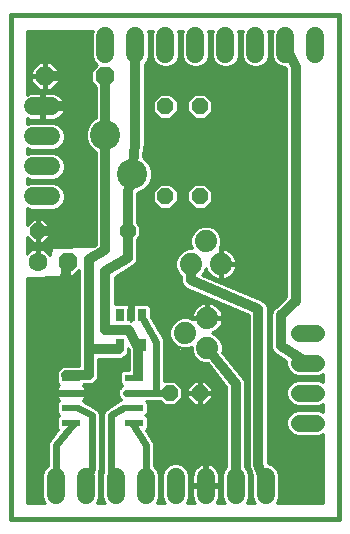
<source format=gtl>
G75*
G70*
%OFA0B0*%
%FSLAX24Y24*%
%IPPOS*%
%LPD*%
%AMOC8*
5,1,8,0,0,1.08239X$1,22.5*
%
%ADD10C,0.0160*%
%ADD11C,0.0600*%
%ADD12R,0.0630X0.0236*%
%ADD13R,0.0272X0.0390*%
%ADD14OC8,0.0520*%
%ADD15OC8,0.0630*%
%ADD16C,0.0630*%
%ADD17C,0.0740*%
%ADD18C,0.0560*%
%ADD19C,0.1000*%
%ADD20C,0.0240*%
%ADD21C,0.0320*%
%ADD22R,0.0396X0.0396*%
%ADD23C,0.0100*%
D10*
X000367Y000350D02*
X000367Y017150D01*
X011317Y017150D01*
X011317Y000350D01*
X000367Y000350D01*
D11*
X001867Y001150D02*
X001867Y001750D01*
X002867Y001750D02*
X002867Y001150D01*
X003867Y001150D02*
X003867Y001750D01*
X004867Y001750D02*
X004867Y001150D01*
X005867Y001150D02*
X005867Y001750D01*
X006867Y001750D02*
X006867Y001150D01*
X007867Y001150D02*
X007867Y001750D01*
X008867Y001750D02*
X008867Y001150D01*
X001717Y011100D02*
X001117Y011100D01*
X001117Y012100D02*
X001717Y012100D01*
X001717Y013100D02*
X001117Y013100D01*
X001117Y014100D02*
X001717Y014100D01*
X003517Y015850D02*
X003517Y016450D01*
X004517Y016450D02*
X004517Y015850D01*
X005517Y015850D02*
X005517Y016450D01*
X006517Y016450D02*
X006517Y015850D01*
X007517Y015850D02*
X007517Y016450D01*
X008517Y016450D02*
X008517Y015850D01*
X009517Y015850D02*
X009517Y016450D01*
X010517Y016450D02*
X010517Y015850D01*
D12*
X004462Y005046D03*
X004462Y004546D03*
X004462Y004046D03*
X004462Y003550D03*
X002372Y003550D03*
X002372Y004050D03*
X002372Y004550D03*
X002372Y005050D03*
D13*
X003993Y006138D03*
X003993Y007158D03*
X004367Y007158D03*
X004741Y007158D03*
X004741Y006138D03*
D14*
X005667Y004550D03*
X006667Y004550D03*
X004267Y009950D03*
X005517Y011100D03*
X006667Y011100D03*
X006667Y014100D03*
X005517Y014100D03*
X001267Y009950D03*
D15*
X002267Y008900D03*
X001517Y015100D03*
X003517Y015100D03*
D16*
X001267Y008900D03*
D17*
X006167Y006550D03*
X006917Y006050D03*
X006917Y007050D03*
X007367Y008850D03*
X006867Y009600D03*
X006367Y008850D03*
D18*
X009987Y006550D02*
X010547Y006550D01*
X010547Y005550D02*
X009987Y005550D01*
X009987Y004550D02*
X010547Y004550D01*
X010547Y003550D02*
X009987Y003550D01*
D19*
X004417Y011850D03*
X003517Y013150D03*
D20*
X004917Y008900D02*
X004367Y008550D01*
X004367Y007100D01*
X004767Y007000D02*
X005217Y006250D01*
X005217Y004550D01*
X004217Y004550D01*
X004117Y004050D02*
X003717Y003800D01*
X003717Y002000D01*
X003867Y001450D01*
X002867Y001450D02*
X003067Y002050D01*
X003067Y003800D01*
X002617Y004050D01*
X002467Y003550D02*
X001867Y002800D01*
X001867Y001450D01*
X001417Y004550D02*
X003417Y004550D01*
X004417Y003550D02*
X004867Y002800D01*
X004867Y001450D01*
X005217Y004550D02*
X005667Y004550D01*
D21*
X004617Y005200D02*
X004617Y006050D01*
X004317Y006650D01*
X003517Y006650D01*
X003517Y008600D01*
X004267Y009050D01*
X004267Y009950D01*
X004267Y011250D01*
X004417Y011850D01*
X004517Y012850D01*
X004517Y016150D01*
X003517Y015100D02*
X003517Y013150D01*
X003517Y009300D01*
X002967Y009000D01*
X002967Y006000D01*
X002967Y005150D01*
X002217Y005150D01*
X002967Y006000D02*
X003967Y006000D01*
X001417Y004550D02*
X002267Y008900D01*
X002617Y009950D02*
X001267Y009950D01*
X002617Y009950D02*
X002617Y014100D01*
X002617Y015100D01*
X001517Y015100D01*
X001417Y014100D02*
X002617Y014100D01*
X006367Y008850D02*
X006367Y008300D01*
X008617Y007350D01*
X008617Y002150D01*
X008867Y001450D01*
X007867Y001450D02*
X007867Y004850D01*
X006917Y006050D01*
X009367Y006100D02*
X009367Y007150D01*
X009867Y007600D01*
X009867Y015400D01*
X009517Y016150D01*
X009367Y006100D02*
X010267Y005550D01*
D22*
X004917Y008900D03*
D23*
X004577Y008988D02*
X004562Y008953D01*
X004552Y008915D01*
X004538Y008896D01*
X004529Y008874D01*
X004502Y008847D01*
X004479Y008816D01*
X004459Y008804D01*
X004442Y008787D01*
X004406Y008772D01*
X003827Y008424D01*
X006057Y008424D01*
X006057Y008425D02*
X006057Y008301D01*
X006056Y008240D01*
X006057Y008239D01*
X006057Y008238D01*
X006080Y008182D01*
X006103Y008126D01*
X006103Y008125D01*
X006104Y008124D01*
X006147Y008082D01*
X006189Y008038D01*
X006190Y008038D01*
X006191Y008037D01*
X006247Y008014D01*
X008307Y007144D01*
X008307Y002158D01*
X008304Y002104D01*
X008307Y002096D01*
X008307Y002088D01*
X008327Y002038D01*
X008417Y001788D01*
X008417Y001060D01*
X008485Y000895D01*
X008500Y000880D01*
X008233Y000880D01*
X008248Y000895D01*
X008317Y001060D01*
X008317Y001840D01*
X008248Y002005D01*
X008177Y002076D01*
X008177Y004832D01*
X008182Y004875D01*
X008177Y004893D01*
X008177Y004912D01*
X008160Y004952D01*
X008148Y004994D01*
X008137Y005009D01*
X008129Y005026D01*
X008099Y005056D01*
X007422Y005911D01*
X007437Y005947D01*
X007437Y006153D01*
X007358Y006345D01*
X007211Y006491D01*
X007065Y006551D01*
X007116Y006568D01*
X007189Y006605D01*
X007255Y006653D01*
X007313Y006711D01*
X007361Y006777D01*
X007399Y006850D01*
X007424Y006928D01*
X007437Y007009D01*
X007437Y007020D01*
X006947Y007020D01*
X006947Y007080D01*
X007437Y007080D01*
X007437Y007091D01*
X007424Y007172D01*
X007399Y007250D01*
X007361Y007323D01*
X007313Y007389D01*
X007255Y007447D01*
X007189Y007495D01*
X007116Y007532D01*
X007038Y007557D01*
X006958Y007570D01*
X006947Y007570D01*
X006947Y007080D01*
X006887Y007080D01*
X006887Y007570D01*
X006876Y007570D01*
X006795Y007557D01*
X006717Y007532D01*
X006644Y007495D01*
X006578Y007447D01*
X006520Y007389D01*
X006472Y007323D01*
X006435Y007250D01*
X006409Y007172D01*
X006397Y007091D01*
X006397Y007080D01*
X006887Y007080D01*
X006887Y007020D01*
X006397Y007020D01*
X006397Y007018D01*
X006270Y007070D01*
X006063Y007070D01*
X005872Y006991D01*
X005726Y006845D01*
X005647Y006653D01*
X005647Y006447D01*
X005726Y006255D01*
X005872Y006109D01*
X006063Y006030D01*
X006270Y006030D01*
X006397Y006082D01*
X006397Y005947D01*
X006476Y005755D01*
X006622Y005609D01*
X006813Y005530D01*
X006933Y005530D01*
X007557Y004742D01*
X007557Y002076D01*
X007485Y002005D01*
X007417Y001840D01*
X007417Y001060D01*
X007485Y000895D01*
X007500Y000880D01*
X007227Y000880D01*
X007252Y000914D01*
X007284Y000977D01*
X007306Y001045D01*
X007317Y001115D01*
X007317Y001400D01*
X006917Y001400D01*
X006917Y001500D01*
X007317Y001500D01*
X007317Y001785D01*
X007306Y001855D01*
X007284Y001923D01*
X007252Y001986D01*
X007210Y002043D01*
X007160Y002093D01*
X007103Y002135D01*
X007039Y002167D01*
X006972Y002189D01*
X006917Y002198D01*
X006917Y001500D01*
X006817Y001500D01*
X006817Y002198D01*
X006761Y002189D01*
X006694Y002167D01*
X006631Y002135D01*
X006574Y002093D01*
X006523Y002043D01*
X006482Y001986D01*
X006450Y001923D01*
X006282Y001923D01*
X006248Y002005D02*
X006317Y001840D01*
X006317Y001060D01*
X006248Y000895D01*
X006233Y000880D01*
X006507Y000880D01*
X006482Y000914D01*
X006450Y000977D01*
X006428Y001045D01*
X006417Y001115D01*
X006417Y001400D01*
X006817Y001400D01*
X006817Y001500D01*
X006417Y001500D01*
X006417Y001785D01*
X006428Y001855D01*
X006450Y001923D01*
X006423Y001825D02*
X006317Y001825D01*
X006317Y001726D02*
X006417Y001726D01*
X006417Y001628D02*
X006317Y001628D01*
X006317Y001529D02*
X006417Y001529D01*
X006317Y001431D02*
X006817Y001431D01*
X006817Y001529D02*
X006917Y001529D01*
X006917Y001431D02*
X007417Y001431D01*
X007417Y001529D02*
X007317Y001529D01*
X007317Y001628D02*
X007417Y001628D01*
X007417Y001726D02*
X007317Y001726D01*
X007310Y001825D02*
X007417Y001825D01*
X007451Y001923D02*
X007284Y001923D01*
X007226Y002022D02*
X007502Y002022D01*
X007557Y002120D02*
X007123Y002120D01*
X006917Y002120D02*
X006817Y002120D01*
X006817Y002022D02*
X006917Y002022D01*
X006917Y001923D02*
X006817Y001923D01*
X006817Y001825D02*
X006917Y001825D01*
X006917Y001726D02*
X006817Y001726D01*
X006817Y001628D02*
X006917Y001628D01*
X007317Y001332D02*
X007417Y001332D01*
X007417Y001234D02*
X007317Y001234D01*
X007317Y001135D02*
X007417Y001135D01*
X007427Y001037D02*
X007303Y001037D01*
X007264Y000938D02*
X007467Y000938D01*
X008266Y000938D02*
X008467Y000938D01*
X008427Y001037D02*
X008307Y001037D01*
X008317Y001135D02*
X008417Y001135D01*
X008417Y001234D02*
X008317Y001234D01*
X008317Y001332D02*
X008417Y001332D01*
X008417Y001431D02*
X008317Y001431D01*
X008317Y001529D02*
X008417Y001529D01*
X008417Y001628D02*
X008317Y001628D01*
X008317Y001726D02*
X008417Y001726D01*
X008404Y001825D02*
X008317Y001825D01*
X008282Y001923D02*
X008369Y001923D01*
X008333Y002022D02*
X008232Y002022D01*
X008177Y002120D02*
X008305Y002120D01*
X008307Y002219D02*
X008177Y002219D01*
X008177Y002317D02*
X008307Y002317D01*
X008307Y002416D02*
X008177Y002416D01*
X008177Y002514D02*
X008307Y002514D01*
X008307Y002613D02*
X008177Y002613D01*
X008177Y002711D02*
X008307Y002711D01*
X008307Y002810D02*
X008177Y002810D01*
X008177Y002908D02*
X008307Y002908D01*
X008307Y003007D02*
X008177Y003007D01*
X008177Y003105D02*
X008307Y003105D01*
X008307Y003204D02*
X008177Y003204D01*
X008177Y003302D02*
X008307Y003302D01*
X008307Y003401D02*
X008177Y003401D01*
X008177Y003499D02*
X008307Y003499D01*
X008307Y003598D02*
X008177Y003598D01*
X008177Y003696D02*
X008307Y003696D01*
X008307Y003795D02*
X008177Y003795D01*
X008177Y003893D02*
X008307Y003893D01*
X008307Y003992D02*
X008177Y003992D01*
X008177Y004090D02*
X008307Y004090D01*
X008307Y004189D02*
X008177Y004189D01*
X008177Y004287D02*
X008307Y004287D01*
X008307Y004386D02*
X008177Y004386D01*
X008177Y004484D02*
X008307Y004484D01*
X008307Y004583D02*
X008177Y004583D01*
X008177Y004681D02*
X008307Y004681D01*
X008307Y004780D02*
X008177Y004780D01*
X008181Y004878D02*
X008307Y004878D01*
X008307Y004977D02*
X008153Y004977D01*
X008084Y005075D02*
X008307Y005075D01*
X008307Y005174D02*
X008006Y005174D01*
X007928Y005272D02*
X008307Y005272D01*
X008307Y005371D02*
X007850Y005371D01*
X007772Y005469D02*
X008307Y005469D01*
X008307Y005568D02*
X007694Y005568D01*
X007616Y005666D02*
X008307Y005666D01*
X008307Y005765D02*
X007538Y005765D01*
X007460Y005863D02*
X008307Y005863D01*
X008307Y005962D02*
X007437Y005962D01*
X007437Y006060D02*
X008307Y006060D01*
X008307Y006159D02*
X007435Y006159D01*
X007394Y006257D02*
X008307Y006257D01*
X008307Y006356D02*
X007347Y006356D01*
X007248Y006454D02*
X008307Y006454D01*
X008307Y006553D02*
X007068Y006553D01*
X007252Y006651D02*
X008307Y006651D01*
X008307Y006750D02*
X007341Y006750D01*
X007397Y006848D02*
X008307Y006848D01*
X008307Y006947D02*
X007427Y006947D01*
X007428Y007144D02*
X008307Y007144D01*
X008307Y007045D02*
X006947Y007045D01*
X006887Y007045D02*
X006330Y007045D01*
X006405Y007144D02*
X005027Y007144D01*
X005027Y007092D02*
X005027Y007415D01*
X004939Y007503D01*
X004543Y007503D01*
X004538Y007498D01*
X004522Y007503D01*
X004385Y007503D01*
X004385Y007176D01*
X004349Y007176D01*
X004349Y007503D01*
X004211Y007503D01*
X004195Y007498D01*
X004191Y007503D01*
X003827Y007503D01*
X003827Y008424D01*
X003827Y008326D02*
X006057Y008326D01*
X006057Y008425D02*
X005926Y008555D01*
X005847Y008747D01*
X005847Y008953D01*
X005926Y009145D01*
X006072Y009291D01*
X006263Y009370D01*
X006399Y009370D01*
X006347Y009497D01*
X006347Y009703D01*
X006426Y009895D01*
X006572Y010041D01*
X006763Y010120D01*
X006970Y010120D01*
X007161Y010041D01*
X007308Y009895D01*
X007387Y009703D01*
X007387Y009497D01*
X007334Y009370D01*
X007337Y009370D01*
X007337Y008880D01*
X007397Y008880D01*
X007887Y008880D01*
X007887Y008891D01*
X007874Y008972D01*
X007849Y009050D01*
X007811Y009123D01*
X007763Y009189D01*
X007705Y009247D01*
X007639Y009295D01*
X007566Y009332D01*
X007488Y009357D01*
X007408Y009370D01*
X007397Y009370D01*
X007397Y008880D01*
X007397Y008820D01*
X007887Y008820D01*
X007887Y008809D01*
X007874Y008728D01*
X007849Y008650D01*
X007811Y008577D01*
X007763Y008511D01*
X007705Y008453D01*
X007639Y008405D01*
X007566Y008368D01*
X007488Y008343D01*
X007408Y008330D01*
X007397Y008330D01*
X007397Y008820D01*
X007337Y008820D01*
X007337Y008330D01*
X007326Y008330D01*
X007245Y008343D01*
X007167Y008368D01*
X007094Y008405D01*
X007028Y008453D01*
X006970Y008511D01*
X006922Y008577D01*
X006885Y008650D01*
X006868Y008702D01*
X006808Y008555D01*
X006734Y008482D01*
X008736Y007636D01*
X009443Y007636D01*
X009334Y007538D02*
X008868Y007538D01*
X008879Y007526D02*
X008837Y007568D01*
X008794Y007612D01*
X008793Y007612D01*
X008792Y007613D01*
X008736Y007636D01*
X008879Y007526D02*
X008880Y007525D01*
X008881Y007524D01*
X008903Y007468D01*
X008927Y007412D01*
X008927Y007411D01*
X008927Y007410D01*
X008927Y007349D01*
X008927Y002204D01*
X008928Y002200D01*
X008956Y002200D01*
X009122Y002131D01*
X009248Y002005D01*
X009317Y001840D01*
X009317Y001060D01*
X009248Y000895D01*
X009233Y000880D01*
X010787Y000880D01*
X010787Y003184D01*
X010632Y003120D01*
X009901Y003120D01*
X009743Y003185D01*
X009622Y003306D01*
X009557Y003464D01*
X009557Y003636D01*
X009622Y003794D01*
X009743Y003915D01*
X009901Y003980D01*
X010632Y003980D01*
X010787Y003916D01*
X010787Y004184D01*
X010632Y004120D01*
X009901Y004120D01*
X009743Y004185D01*
X009622Y004306D01*
X009557Y004464D01*
X009557Y004636D01*
X009622Y004794D01*
X009743Y004915D01*
X009901Y004980D01*
X010632Y004980D01*
X010787Y004916D01*
X010787Y005184D01*
X010632Y005120D01*
X009901Y005120D01*
X009743Y005185D01*
X009622Y005306D01*
X009557Y005464D01*
X009557Y005621D01*
X009226Y005823D01*
X009191Y005837D01*
X009174Y005855D01*
X009152Y005868D01*
X009130Y005898D01*
X009104Y005924D01*
X009094Y005947D01*
X009080Y005967D01*
X009071Y006004D01*
X009057Y006038D01*
X009057Y006063D01*
X009051Y006087D01*
X009057Y006124D01*
X009057Y007097D01*
X009054Y007105D01*
X009057Y007158D01*
X009057Y007212D01*
X009060Y007219D01*
X009060Y007228D01*
X009083Y007276D01*
X009104Y007326D01*
X009110Y007332D01*
X009113Y007339D01*
X009153Y007375D01*
X009191Y007413D01*
X009199Y007416D01*
X009557Y007738D01*
X009557Y015331D01*
X009525Y015400D01*
X009427Y015400D01*
X009262Y015469D01*
X009135Y015595D01*
X009067Y015760D01*
X009067Y016540D01*
X009100Y016620D01*
X008933Y016620D01*
X008967Y016540D01*
X008967Y015760D01*
X008898Y015595D01*
X008772Y015469D01*
X008606Y015400D01*
X008427Y015400D01*
X008262Y015469D01*
X008135Y015595D01*
X008067Y015760D01*
X008067Y016540D01*
X008100Y016620D01*
X007933Y016620D01*
X007967Y016540D01*
X007967Y015760D01*
X007898Y015595D01*
X007772Y015469D01*
X007606Y015400D01*
X007427Y015400D01*
X007262Y015469D01*
X007135Y015595D01*
X007067Y015760D01*
X007067Y016540D01*
X007100Y016620D01*
X006933Y016620D01*
X006967Y016540D01*
X006967Y015760D01*
X006898Y015595D01*
X006772Y015469D01*
X006606Y015400D01*
X006427Y015400D01*
X006262Y015469D01*
X006135Y015595D01*
X006067Y015760D01*
X006067Y016540D01*
X006100Y016620D01*
X005933Y016620D01*
X005967Y016540D01*
X005967Y015760D01*
X005898Y015595D01*
X005772Y015469D01*
X005606Y015400D01*
X005427Y015400D01*
X005262Y015469D01*
X005135Y015595D01*
X005067Y015760D01*
X005067Y016540D01*
X005100Y016620D01*
X004933Y016620D01*
X004967Y016540D01*
X004967Y015760D01*
X004898Y015595D01*
X004827Y015524D01*
X004827Y012896D01*
X004831Y012881D01*
X004827Y012835D01*
X004827Y012788D01*
X004821Y012774D01*
X004783Y012402D01*
X004785Y012401D01*
X004968Y012218D01*
X005067Y011979D01*
X005067Y011721D01*
X004968Y011482D01*
X004785Y011299D01*
X004577Y011213D01*
X004577Y011212D01*
X004577Y010220D01*
X004677Y010120D01*
X004677Y009780D01*
X004577Y009680D01*
X004577Y009073D01*
X004582Y009035D01*
X004577Y009012D01*
X004577Y008988D01*
X004577Y009015D02*
X005872Y009015D01*
X005847Y008917D02*
X004553Y008917D01*
X004481Y008818D02*
X005847Y008818D01*
X005858Y008720D02*
X004318Y008720D01*
X004154Y008621D02*
X005899Y008621D01*
X005959Y008523D02*
X003990Y008523D01*
X003827Y008227D02*
X006061Y008227D01*
X006102Y008129D02*
X003827Y008129D01*
X003827Y008030D02*
X006208Y008030D01*
X006442Y007932D02*
X003827Y007932D01*
X003827Y007833D02*
X006676Y007833D01*
X006909Y007735D02*
X003827Y007735D01*
X003827Y007636D02*
X007142Y007636D01*
X007099Y007538D02*
X007376Y007538D01*
X007263Y007439D02*
X007609Y007439D01*
X007842Y007341D02*
X007348Y007341D01*
X007401Y007242D02*
X008075Y007242D01*
X008270Y007833D02*
X009557Y007833D01*
X009557Y007932D02*
X008036Y007932D01*
X007803Y008030D02*
X009557Y008030D01*
X009557Y008129D02*
X007570Y008129D01*
X007665Y008424D02*
X009557Y008424D01*
X009557Y008326D02*
X007103Y008326D01*
X007068Y008424D02*
X006870Y008424D01*
X006962Y008523D02*
X006775Y008523D01*
X006835Y008621D02*
X006900Y008621D01*
X007337Y008621D02*
X007397Y008621D01*
X007397Y008523D02*
X007337Y008523D01*
X007337Y008424D02*
X007397Y008424D01*
X007336Y008227D02*
X009557Y008227D01*
X009557Y008523D02*
X007771Y008523D01*
X007834Y008621D02*
X009557Y008621D01*
X009557Y008720D02*
X007871Y008720D01*
X007887Y008818D02*
X009557Y008818D01*
X009557Y008917D02*
X007883Y008917D01*
X007860Y009015D02*
X009557Y009015D01*
X009557Y009114D02*
X007816Y009114D01*
X007740Y009212D02*
X009557Y009212D01*
X009557Y009311D02*
X007608Y009311D01*
X007397Y009311D02*
X007337Y009311D01*
X007350Y009409D02*
X009557Y009409D01*
X009557Y009508D02*
X007387Y009508D01*
X007387Y009606D02*
X009557Y009606D01*
X009557Y009705D02*
X007386Y009705D01*
X007345Y009803D02*
X009557Y009803D01*
X009557Y009902D02*
X007301Y009902D01*
X007202Y010000D02*
X009557Y010000D01*
X009557Y010099D02*
X007022Y010099D01*
X006711Y010099D02*
X004677Y010099D01*
X004677Y010000D02*
X006531Y010000D01*
X006433Y009902D02*
X004677Y009902D01*
X004677Y009803D02*
X006388Y009803D01*
X006347Y009705D02*
X004601Y009705D01*
X004577Y009606D02*
X006347Y009606D01*
X006347Y009508D02*
X004577Y009508D01*
X004577Y009409D02*
X006383Y009409D01*
X006120Y009311D02*
X004577Y009311D01*
X004577Y009212D02*
X005993Y009212D01*
X005913Y009114D02*
X004577Y009114D01*
X004599Y010197D02*
X009557Y010197D01*
X009557Y010296D02*
X004577Y010296D01*
X004577Y010394D02*
X009557Y010394D01*
X009557Y010493D02*
X004577Y010493D01*
X004577Y010591D02*
X009557Y010591D01*
X009557Y010690D02*
X004577Y010690D01*
X004577Y010788D02*
X005249Y010788D01*
X005347Y010690D02*
X005107Y010930D01*
X005107Y011270D01*
X005347Y011510D01*
X005686Y011510D01*
X005927Y011270D01*
X005927Y010930D01*
X005686Y010690D01*
X005347Y010690D01*
X005150Y010887D02*
X004577Y010887D01*
X004577Y010985D02*
X005107Y010985D01*
X005107Y011084D02*
X004577Y011084D01*
X004577Y011182D02*
X005107Y011182D01*
X005117Y011281D02*
X004740Y011281D01*
X004865Y011379D02*
X005216Y011379D01*
X005314Y011478D02*
X004963Y011478D01*
X005007Y011576D02*
X009557Y011576D01*
X009557Y011478D02*
X006869Y011478D01*
X006836Y011510D02*
X006497Y011510D01*
X006257Y011270D01*
X006257Y010930D01*
X006497Y010690D01*
X006836Y010690D01*
X007077Y010930D01*
X007077Y011270D01*
X006836Y011510D01*
X006967Y011379D02*
X009557Y011379D01*
X009557Y011281D02*
X007066Y011281D01*
X007077Y011182D02*
X009557Y011182D01*
X009557Y011084D02*
X007077Y011084D01*
X007077Y010985D02*
X009557Y010985D01*
X009557Y010887D02*
X007033Y010887D01*
X006935Y010788D02*
X009557Y010788D01*
X009557Y011675D02*
X005048Y011675D01*
X005067Y011773D02*
X009557Y011773D01*
X009557Y011872D02*
X005067Y011872D01*
X005067Y011970D02*
X009557Y011970D01*
X009557Y012069D02*
X005030Y012069D01*
X004989Y012167D02*
X009557Y012167D01*
X009557Y012266D02*
X004920Y012266D01*
X004822Y012364D02*
X009557Y012364D01*
X009557Y012463D02*
X004789Y012463D01*
X004799Y012561D02*
X009557Y012561D01*
X009557Y012660D02*
X004809Y012660D01*
X004819Y012758D02*
X009557Y012758D01*
X009557Y012857D02*
X004829Y012857D01*
X004827Y012955D02*
X009557Y012955D01*
X009557Y013054D02*
X004827Y013054D01*
X004827Y013152D02*
X009557Y013152D01*
X009557Y013251D02*
X004827Y013251D01*
X004827Y013349D02*
X009557Y013349D01*
X009557Y013448D02*
X004827Y013448D01*
X004827Y013546D02*
X009557Y013546D01*
X009557Y013645D02*
X004827Y013645D01*
X004827Y013743D02*
X005294Y013743D01*
X005347Y013690D02*
X005107Y013930D01*
X005107Y014270D01*
X005347Y014510D01*
X005686Y014510D01*
X005927Y014270D01*
X005927Y013930D01*
X005686Y013690D01*
X005347Y013690D01*
X005195Y013842D02*
X004827Y013842D01*
X004827Y013940D02*
X005107Y013940D01*
X005107Y014039D02*
X004827Y014039D01*
X004827Y014137D02*
X005107Y014137D01*
X005107Y014236D02*
X004827Y014236D01*
X004827Y014334D02*
X005171Y014334D01*
X005269Y014433D02*
X004827Y014433D01*
X004827Y014531D02*
X009557Y014531D01*
X009557Y014433D02*
X006914Y014433D01*
X006836Y014510D02*
X007077Y014270D01*
X007077Y013930D01*
X006836Y013690D01*
X006497Y013690D01*
X006257Y013930D01*
X006257Y014270D01*
X006497Y014510D01*
X006836Y014510D01*
X007012Y014334D02*
X009557Y014334D01*
X009557Y014236D02*
X007077Y014236D01*
X007077Y014137D02*
X009557Y014137D01*
X009557Y014039D02*
X007077Y014039D01*
X007077Y013940D02*
X009557Y013940D01*
X009557Y013842D02*
X006988Y013842D01*
X006890Y013743D02*
X009557Y013743D01*
X009557Y014630D02*
X004827Y014630D01*
X004827Y014728D02*
X009557Y014728D01*
X009557Y014827D02*
X004827Y014827D01*
X004827Y014925D02*
X009557Y014925D01*
X009557Y015024D02*
X004827Y015024D01*
X004827Y015122D02*
X009557Y015122D01*
X009557Y015221D02*
X004827Y015221D01*
X004827Y015319D02*
X009557Y015319D01*
X009385Y015418D02*
X008649Y015418D01*
X008819Y015516D02*
X009214Y015516D01*
X009127Y015615D02*
X008906Y015615D01*
X008947Y015713D02*
X009086Y015713D01*
X009067Y015812D02*
X008967Y015812D01*
X008967Y015910D02*
X009067Y015910D01*
X009067Y016009D02*
X008967Y016009D01*
X008967Y016107D02*
X009067Y016107D01*
X009067Y016206D02*
X008967Y016206D01*
X008967Y016304D02*
X009067Y016304D01*
X009067Y016403D02*
X008967Y016403D01*
X008967Y016501D02*
X009067Y016501D01*
X009092Y016600D02*
X008942Y016600D01*
X008214Y015516D02*
X007819Y015516D01*
X007906Y015615D02*
X008127Y015615D01*
X008086Y015713D02*
X007947Y015713D01*
X007967Y015812D02*
X008067Y015812D01*
X008067Y015910D02*
X007967Y015910D01*
X007967Y016009D02*
X008067Y016009D01*
X008067Y016107D02*
X007967Y016107D01*
X007967Y016206D02*
X008067Y016206D01*
X008067Y016304D02*
X007967Y016304D01*
X007967Y016403D02*
X008067Y016403D01*
X008067Y016501D02*
X007967Y016501D01*
X007942Y016600D02*
X008092Y016600D01*
X008385Y015418D02*
X007649Y015418D01*
X007385Y015418D02*
X006649Y015418D01*
X006819Y015516D02*
X007214Y015516D01*
X007127Y015615D02*
X006906Y015615D01*
X006947Y015713D02*
X007086Y015713D01*
X007067Y015812D02*
X006967Y015812D01*
X006967Y015910D02*
X007067Y015910D01*
X007067Y016009D02*
X006967Y016009D01*
X006967Y016107D02*
X007067Y016107D01*
X007067Y016206D02*
X006967Y016206D01*
X006967Y016304D02*
X007067Y016304D01*
X007067Y016403D02*
X006967Y016403D01*
X006967Y016501D02*
X007067Y016501D01*
X007092Y016600D02*
X006942Y016600D01*
X006127Y015615D02*
X005906Y015615D01*
X005947Y015713D02*
X006086Y015713D01*
X006067Y015812D02*
X005967Y015812D01*
X005967Y015910D02*
X006067Y015910D01*
X006067Y016009D02*
X005967Y016009D01*
X005967Y016107D02*
X006067Y016107D01*
X006067Y016206D02*
X005967Y016206D01*
X005967Y016304D02*
X006067Y016304D01*
X006067Y016403D02*
X005967Y016403D01*
X005967Y016501D02*
X006067Y016501D01*
X006092Y016600D02*
X005942Y016600D01*
X005819Y015516D02*
X006214Y015516D01*
X006385Y015418D02*
X005649Y015418D01*
X005385Y015418D02*
X004827Y015418D01*
X004827Y015516D02*
X005214Y015516D01*
X005127Y015615D02*
X004906Y015615D01*
X004947Y015713D02*
X005086Y015713D01*
X005067Y015812D02*
X004967Y015812D01*
X004967Y015910D02*
X005067Y015910D01*
X005067Y016009D02*
X004967Y016009D01*
X004967Y016107D02*
X005067Y016107D01*
X005067Y016206D02*
X004967Y016206D01*
X004967Y016304D02*
X005067Y016304D01*
X005067Y016403D02*
X004967Y016403D01*
X004967Y016501D02*
X005067Y016501D01*
X005092Y016600D02*
X004942Y016600D01*
X005764Y014433D02*
X006419Y014433D01*
X006321Y014334D02*
X005862Y014334D01*
X005927Y014236D02*
X006257Y014236D01*
X006257Y014137D02*
X005927Y014137D01*
X005927Y014039D02*
X006257Y014039D01*
X006257Y013940D02*
X005927Y013940D01*
X005838Y013842D02*
X006345Y013842D01*
X006444Y013743D02*
X005740Y013743D01*
X005719Y011478D02*
X006464Y011478D01*
X006366Y011379D02*
X005817Y011379D01*
X005916Y011281D02*
X006267Y011281D01*
X006257Y011182D02*
X005927Y011182D01*
X005927Y011084D02*
X006257Y011084D01*
X006257Y010985D02*
X005927Y010985D01*
X005883Y010887D02*
X006300Y010887D01*
X006399Y010788D02*
X005785Y010788D01*
X007337Y009212D02*
X007397Y009212D01*
X007397Y009114D02*
X007337Y009114D01*
X007337Y009015D02*
X007397Y009015D01*
X007397Y008917D02*
X007337Y008917D01*
X007337Y008818D02*
X007397Y008818D01*
X007397Y008720D02*
X007337Y008720D01*
X006947Y007538D02*
X006887Y007538D01*
X006887Y007439D02*
X006947Y007439D01*
X006947Y007341D02*
X006887Y007341D01*
X006887Y007242D02*
X006947Y007242D01*
X006947Y007144D02*
X006887Y007144D01*
X006734Y007538D02*
X003827Y007538D01*
X004349Y007439D02*
X004385Y007439D01*
X004385Y007341D02*
X004349Y007341D01*
X004349Y007242D02*
X004385Y007242D01*
X004385Y007140D02*
X004349Y007140D01*
X004349Y006963D01*
X004356Y006964D01*
X004367Y006960D01*
X004378Y006960D01*
X004385Y006957D01*
X004385Y007140D01*
X004385Y007045D02*
X004349Y007045D01*
X005027Y007092D02*
X005431Y006417D01*
X005446Y006403D01*
X005458Y006372D01*
X005476Y006343D01*
X005479Y006323D01*
X005487Y006304D01*
X005487Y006270D01*
X005492Y006237D01*
X005487Y006217D01*
X005487Y004950D01*
X005497Y004960D01*
X005836Y004960D01*
X006077Y004720D01*
X006077Y004380D01*
X005836Y004140D01*
X005497Y004140D01*
X005357Y004280D01*
X004873Y004280D01*
X004927Y004226D01*
X004927Y003866D01*
X004859Y003798D01*
X004927Y003730D01*
X004927Y003370D01*
X004872Y003315D01*
X005081Y002967D01*
X005096Y002953D01*
X005108Y002922D01*
X005126Y002893D01*
X005129Y002873D01*
X005137Y002854D01*
X005137Y002820D01*
X005142Y002787D01*
X005137Y002767D01*
X005137Y002116D01*
X005248Y002005D01*
X005317Y001840D01*
X005317Y001060D01*
X005248Y000895D01*
X005233Y000880D01*
X005500Y000880D01*
X005485Y000895D01*
X005417Y001060D01*
X005417Y001840D01*
X005485Y002005D01*
X005612Y002131D01*
X005777Y002200D01*
X005956Y002200D01*
X006122Y002131D01*
X006248Y002005D01*
X006232Y002022D02*
X006508Y002022D01*
X006610Y002120D02*
X006133Y002120D01*
X005600Y002120D02*
X005137Y002120D01*
X005137Y002219D02*
X007557Y002219D01*
X007557Y002317D02*
X005137Y002317D01*
X005137Y002416D02*
X007557Y002416D01*
X007557Y002514D02*
X005137Y002514D01*
X005137Y002613D02*
X007557Y002613D01*
X007557Y002711D02*
X005137Y002711D01*
X005138Y002810D02*
X007557Y002810D01*
X007557Y002908D02*
X005117Y002908D01*
X005058Y003007D02*
X007557Y003007D01*
X007557Y003105D02*
X004999Y003105D01*
X004939Y003204D02*
X007557Y003204D01*
X007557Y003302D02*
X004880Y003302D01*
X004927Y003401D02*
X007557Y003401D01*
X007557Y003499D02*
X004927Y003499D01*
X004927Y003598D02*
X007557Y003598D01*
X007557Y003696D02*
X004927Y003696D01*
X004862Y003795D02*
X007557Y003795D01*
X007557Y003893D02*
X004927Y003893D01*
X004927Y003992D02*
X007557Y003992D01*
X007557Y004090D02*
X004927Y004090D01*
X004927Y004189D02*
X005448Y004189D01*
X005885Y004189D02*
X006448Y004189D01*
X006497Y004140D02*
X006257Y004380D01*
X006257Y004520D01*
X006637Y004520D01*
X006697Y004520D01*
X006697Y004580D01*
X007077Y004580D01*
X007077Y004720D01*
X006836Y004960D01*
X006697Y004960D01*
X006697Y004580D01*
X006637Y004580D01*
X006637Y004960D01*
X006497Y004960D01*
X006257Y004720D01*
X006257Y004580D01*
X006637Y004580D01*
X006637Y004520D01*
X006637Y004140D01*
X006497Y004140D01*
X006637Y004189D02*
X006697Y004189D01*
X006697Y004140D02*
X006836Y004140D01*
X007077Y004380D01*
X007077Y004520D01*
X006697Y004520D01*
X006697Y004140D01*
X006697Y004287D02*
X006637Y004287D01*
X006637Y004386D02*
X006697Y004386D01*
X006697Y004484D02*
X006637Y004484D01*
X006637Y004583D02*
X006697Y004583D01*
X006697Y004681D02*
X006637Y004681D01*
X006637Y004780D02*
X006697Y004780D01*
X006697Y004878D02*
X006637Y004878D01*
X006415Y004878D02*
X005918Y004878D01*
X006017Y004780D02*
X006316Y004780D01*
X006257Y004681D02*
X006077Y004681D01*
X006077Y004583D02*
X006257Y004583D01*
X006257Y004484D02*
X006077Y004484D01*
X006077Y004386D02*
X006257Y004386D01*
X006350Y004287D02*
X005984Y004287D01*
X005487Y004977D02*
X007371Y004977D01*
X007293Y005075D02*
X005487Y005075D01*
X005487Y005174D02*
X007215Y005174D01*
X007137Y005272D02*
X005487Y005272D01*
X005487Y005371D02*
X007059Y005371D01*
X006981Y005469D02*
X005487Y005469D01*
X005487Y005568D02*
X006723Y005568D01*
X006565Y005666D02*
X005487Y005666D01*
X005487Y005765D02*
X006472Y005765D01*
X006431Y005863D02*
X005487Y005863D01*
X005487Y005962D02*
X006397Y005962D01*
X006397Y006060D02*
X006343Y006060D01*
X005991Y006060D02*
X005487Y006060D01*
X005487Y006159D02*
X005823Y006159D01*
X005725Y006257D02*
X005489Y006257D01*
X005468Y006356D02*
X005684Y006356D01*
X005647Y006454D02*
X005409Y006454D01*
X005350Y006553D02*
X005647Y006553D01*
X005647Y006651D02*
X005291Y006651D01*
X005232Y006750D02*
X005686Y006750D01*
X005729Y006848D02*
X005173Y006848D01*
X005114Y006947D02*
X005828Y006947D01*
X006003Y007045D02*
X005055Y007045D01*
X005027Y007242D02*
X006432Y007242D01*
X006485Y007341D02*
X005027Y007341D01*
X005002Y007439D02*
X006570Y007439D01*
X006918Y004878D02*
X007449Y004878D01*
X007527Y004780D02*
X007017Y004780D01*
X007077Y004681D02*
X007557Y004681D01*
X007557Y004583D02*
X007077Y004583D01*
X007077Y004484D02*
X007557Y004484D01*
X007557Y004386D02*
X007077Y004386D01*
X006984Y004287D02*
X007557Y004287D01*
X007557Y004189D02*
X006885Y004189D01*
X005502Y002022D02*
X005232Y002022D01*
X005282Y001923D02*
X005451Y001923D01*
X005417Y001825D02*
X005317Y001825D01*
X005317Y001726D02*
X005417Y001726D01*
X005417Y001628D02*
X005317Y001628D01*
X005317Y001529D02*
X005417Y001529D01*
X005417Y001431D02*
X005317Y001431D01*
X005317Y001332D02*
X005417Y001332D01*
X005417Y001234D02*
X005317Y001234D01*
X005317Y001135D02*
X005417Y001135D01*
X005427Y001037D02*
X005307Y001037D01*
X005266Y000938D02*
X005467Y000938D01*
X006266Y000938D02*
X006470Y000938D01*
X006430Y001037D02*
X006307Y001037D01*
X006317Y001135D02*
X006417Y001135D01*
X006417Y001234D02*
X006317Y001234D01*
X006317Y001332D02*
X006417Y001332D01*
X004050Y004313D02*
X004019Y004307D01*
X003593Y004041D01*
X003564Y004029D01*
X003547Y004013D01*
X003528Y004000D01*
X003510Y003975D01*
X003488Y003953D01*
X003479Y003932D01*
X003466Y003913D01*
X003459Y003883D01*
X003447Y003854D01*
X003447Y003831D01*
X003442Y003808D01*
X003447Y003778D01*
X003447Y002017D01*
X003442Y001981D01*
X003447Y001964D01*
X003447Y001946D01*
X003454Y001929D01*
X003417Y001840D01*
X003417Y001060D01*
X003485Y000895D01*
X003500Y000880D01*
X003233Y000880D01*
X003248Y000895D01*
X003317Y001060D01*
X003317Y001840D01*
X003297Y001887D01*
X003320Y001956D01*
X003337Y001996D01*
X003337Y002006D01*
X003340Y002016D01*
X003337Y002060D01*
X003337Y003785D01*
X003341Y003823D01*
X003337Y003838D01*
X003337Y003854D01*
X003322Y003889D01*
X003312Y003926D01*
X003302Y003938D01*
X003296Y003953D01*
X003269Y003980D01*
X003245Y004010D01*
X003231Y004018D01*
X003220Y004029D01*
X003184Y004044D01*
X002822Y004245D01*
X002767Y004300D01*
X002837Y004370D01*
X002837Y004730D01*
X002767Y004800D01*
X002807Y004840D01*
X003028Y004840D01*
X003142Y004887D01*
X003229Y004974D01*
X003277Y005088D01*
X003277Y005690D01*
X004028Y005690D01*
X004142Y005737D01*
X004229Y005824D01*
X004235Y005838D01*
X004278Y005881D01*
X004278Y006033D01*
X004307Y005977D01*
X004307Y005314D01*
X004084Y005314D01*
X003997Y005226D01*
X003997Y004866D01*
X004066Y004796D01*
X003997Y004726D01*
X003997Y004712D01*
X003988Y004703D01*
X003947Y004604D01*
X003947Y004496D01*
X003988Y004397D01*
X003997Y004388D01*
X003997Y004366D01*
X004050Y004313D01*
X003986Y004287D02*
X002780Y004287D01*
X002837Y004386D02*
X003997Y004386D01*
X003952Y004484D02*
X002837Y004484D01*
X002837Y004583D02*
X003947Y004583D01*
X003979Y004681D02*
X002837Y004681D01*
X002787Y004780D02*
X004050Y004780D01*
X003997Y004878D02*
X003120Y004878D01*
X003230Y004977D02*
X003997Y004977D01*
X003997Y005075D02*
X003271Y005075D01*
X003277Y005174D02*
X003997Y005174D01*
X004042Y005272D02*
X003277Y005272D01*
X003277Y005371D02*
X004307Y005371D01*
X004307Y005469D02*
X003277Y005469D01*
X003277Y005568D02*
X004307Y005568D01*
X004307Y005666D02*
X003277Y005666D01*
X002657Y005666D02*
X000897Y005666D01*
X000897Y005568D02*
X002657Y005568D01*
X002657Y005469D02*
X000897Y005469D01*
X000897Y005371D02*
X001999Y005371D01*
X002041Y005413D02*
X001954Y005326D01*
X001920Y005243D01*
X001907Y005230D01*
X001907Y005212D01*
X001907Y005212D01*
X001907Y005088D01*
X001907Y004870D01*
X001977Y004800D01*
X001907Y004730D01*
X001907Y004370D01*
X001977Y004300D01*
X001907Y004230D01*
X001907Y003870D01*
X001977Y003800D01*
X001907Y003730D01*
X001907Y003370D01*
X001946Y003331D01*
X001665Y002980D01*
X001638Y002953D01*
X001632Y002939D01*
X001622Y002927D01*
X001611Y002890D01*
X001597Y002854D01*
X001597Y002838D01*
X001592Y002824D01*
X001597Y002785D01*
X001597Y002116D01*
X001485Y002005D01*
X001417Y001840D01*
X001417Y001060D01*
X001485Y000895D01*
X001500Y000880D01*
X000897Y000880D01*
X000897Y008369D01*
X002067Y008400D01*
X002064Y008445D01*
X002074Y008435D01*
X002237Y008435D01*
X002237Y008870D01*
X002297Y008870D01*
X002297Y008435D01*
X002459Y008435D01*
X002657Y008632D01*
X002657Y005460D01*
X002155Y005460D01*
X002041Y005413D01*
X001932Y005272D02*
X000897Y005272D01*
X000897Y005174D02*
X001907Y005174D01*
X001907Y005088D02*
X001907Y005088D01*
X001907Y005075D02*
X000897Y005075D01*
X000897Y004977D02*
X001907Y004977D01*
X001907Y004878D02*
X000897Y004878D01*
X000897Y004780D02*
X001956Y004780D01*
X001907Y004681D02*
X000897Y004681D01*
X000897Y004583D02*
X001907Y004583D01*
X001907Y004484D02*
X000897Y004484D01*
X000897Y004386D02*
X001907Y004386D01*
X001964Y004287D02*
X000897Y004287D01*
X000897Y004189D02*
X001907Y004189D01*
X001907Y004090D02*
X000897Y004090D01*
X000897Y003992D02*
X001907Y003992D01*
X001907Y003893D02*
X000897Y003893D01*
X000897Y003795D02*
X001971Y003795D01*
X001907Y003696D02*
X000897Y003696D01*
X000897Y003598D02*
X001907Y003598D01*
X001907Y003499D02*
X000897Y003499D01*
X000897Y003401D02*
X001907Y003401D01*
X001923Y003302D02*
X000897Y003302D01*
X000897Y003204D02*
X001844Y003204D01*
X001765Y003105D02*
X000897Y003105D01*
X000897Y003007D02*
X001686Y003007D01*
X001617Y002908D02*
X000897Y002908D01*
X000897Y002810D02*
X001594Y002810D01*
X001597Y002711D02*
X000897Y002711D01*
X000897Y002613D02*
X001597Y002613D01*
X001597Y002514D02*
X000897Y002514D01*
X000897Y002416D02*
X001597Y002416D01*
X001597Y002317D02*
X000897Y002317D01*
X000897Y002219D02*
X001597Y002219D01*
X001597Y002120D02*
X000897Y002120D01*
X000897Y002022D02*
X001502Y002022D01*
X001451Y001923D02*
X000897Y001923D01*
X000897Y001825D02*
X001417Y001825D01*
X001417Y001726D02*
X000897Y001726D01*
X000897Y001628D02*
X001417Y001628D01*
X001417Y001529D02*
X000897Y001529D01*
X000897Y001431D02*
X001417Y001431D01*
X001417Y001332D02*
X000897Y001332D01*
X000897Y001234D02*
X001417Y001234D01*
X001417Y001135D02*
X000897Y001135D01*
X000897Y001037D02*
X001427Y001037D01*
X001467Y000938D02*
X000897Y000938D01*
X002923Y004189D02*
X003829Y004189D01*
X003671Y004090D02*
X003101Y004090D01*
X003259Y003992D02*
X003522Y003992D01*
X003461Y003893D02*
X003321Y003893D01*
X003338Y003795D02*
X003444Y003795D01*
X003447Y003696D02*
X003337Y003696D01*
X003337Y003598D02*
X003447Y003598D01*
X003447Y003499D02*
X003337Y003499D01*
X003337Y003401D02*
X003447Y003401D01*
X003447Y003302D02*
X003337Y003302D01*
X003337Y003204D02*
X003447Y003204D01*
X003447Y003105D02*
X003337Y003105D01*
X003337Y003007D02*
X003447Y003007D01*
X003447Y002908D02*
X003337Y002908D01*
X003337Y002810D02*
X003447Y002810D01*
X003447Y002711D02*
X003337Y002711D01*
X003337Y002613D02*
X003447Y002613D01*
X003447Y002514D02*
X003337Y002514D01*
X003337Y002416D02*
X003447Y002416D01*
X003447Y002317D02*
X003337Y002317D01*
X003337Y002219D02*
X003447Y002219D01*
X003447Y002120D02*
X003337Y002120D01*
X003339Y002022D02*
X003447Y002022D01*
X003451Y001923D02*
X003309Y001923D01*
X003317Y001825D02*
X003417Y001825D01*
X003417Y001726D02*
X003317Y001726D01*
X003317Y001628D02*
X003417Y001628D01*
X003417Y001529D02*
X003317Y001529D01*
X003317Y001431D02*
X003417Y001431D01*
X003417Y001332D02*
X003317Y001332D01*
X003317Y001234D02*
X003417Y001234D01*
X003417Y001135D02*
X003317Y001135D01*
X003307Y001037D02*
X003427Y001037D01*
X003467Y000938D02*
X003266Y000938D01*
X002657Y005765D02*
X000897Y005765D01*
X000897Y005863D02*
X002657Y005863D01*
X002657Y005962D02*
X000897Y005962D01*
X000897Y006060D02*
X002657Y006060D01*
X002657Y006159D02*
X000897Y006159D01*
X000897Y006257D02*
X002657Y006257D01*
X002657Y006356D02*
X000897Y006356D01*
X000897Y006454D02*
X002657Y006454D01*
X002657Y006553D02*
X000897Y006553D01*
X000897Y006651D02*
X002657Y006651D01*
X002657Y006750D02*
X000897Y006750D01*
X000897Y006848D02*
X002657Y006848D01*
X002657Y006947D02*
X000897Y006947D01*
X000897Y007045D02*
X002657Y007045D01*
X002657Y007144D02*
X000897Y007144D01*
X000897Y007242D02*
X002657Y007242D01*
X002657Y007341D02*
X000897Y007341D01*
X000897Y007439D02*
X002657Y007439D01*
X002657Y007538D02*
X000897Y007538D01*
X000897Y007636D02*
X002657Y007636D01*
X002657Y007735D02*
X000897Y007735D01*
X000897Y007833D02*
X002657Y007833D01*
X002657Y007932D02*
X000897Y007932D01*
X000897Y008030D02*
X002657Y008030D01*
X002657Y008129D02*
X000897Y008129D01*
X000897Y008227D02*
X002657Y008227D01*
X002657Y008326D02*
X000897Y008326D01*
X001237Y009085D02*
X001237Y009365D01*
X001230Y009365D01*
X001158Y009354D01*
X001088Y009331D01*
X001023Y009298D01*
X000964Y009255D01*
X000912Y009203D01*
X000897Y009182D01*
X000897Y009740D01*
X001097Y009540D01*
X001237Y009540D01*
X001237Y009920D01*
X001297Y009920D01*
X001297Y009980D01*
X001677Y009980D01*
X001677Y010120D01*
X001436Y010360D01*
X001297Y010360D01*
X001297Y009980D01*
X001237Y009980D01*
X001237Y010360D01*
X001097Y010360D01*
X000897Y010160D01*
X000897Y010704D01*
X001027Y010650D01*
X001806Y010650D01*
X001972Y010719D01*
X002098Y010845D01*
X002167Y011010D01*
X002167Y011190D01*
X002098Y011355D01*
X001972Y011481D01*
X001806Y011550D01*
X001027Y011550D01*
X000897Y011496D01*
X000897Y011704D01*
X001027Y011650D01*
X001806Y011650D01*
X001972Y011719D01*
X002098Y011845D01*
X002167Y012010D01*
X002167Y012190D01*
X002098Y012355D01*
X001972Y012481D01*
X001806Y012550D01*
X001027Y012550D01*
X000897Y012496D01*
X000897Y012704D01*
X001027Y012650D01*
X001806Y012650D01*
X001972Y012719D01*
X002098Y012845D01*
X002167Y013010D01*
X002167Y013190D01*
X002098Y013355D01*
X001972Y013481D01*
X001806Y013550D01*
X001027Y013550D01*
X000897Y013496D01*
X000897Y013707D01*
X000944Y013683D01*
X001011Y013661D01*
X001081Y013650D01*
X001367Y013650D01*
X001367Y014050D01*
X001467Y014050D01*
X001467Y014150D01*
X002164Y014150D01*
X002156Y014205D01*
X002134Y014273D01*
X002102Y014336D01*
X002060Y014393D01*
X002010Y014443D01*
X001953Y014485D01*
X001889Y014517D01*
X001822Y014539D01*
X001752Y014550D01*
X001467Y014550D01*
X001467Y014150D01*
X001367Y014150D01*
X001367Y014550D01*
X001081Y014550D01*
X001011Y014539D01*
X000944Y014517D01*
X000897Y014493D01*
X000897Y016620D01*
X003100Y016620D01*
X003067Y016540D01*
X003067Y015760D01*
X003135Y015595D01*
X003245Y015486D01*
X003052Y015293D01*
X003052Y014907D01*
X003207Y014752D01*
X003207Y013725D01*
X003148Y013701D01*
X002966Y013518D01*
X002867Y013279D01*
X002867Y013021D01*
X002966Y012782D01*
X003148Y012599D01*
X003207Y012575D01*
X003207Y009484D01*
X003137Y009446D01*
X001717Y009400D01*
X001672Y009130D01*
X001664Y009144D01*
X001621Y009203D01*
X001570Y009255D01*
X001510Y009298D01*
X001445Y009331D01*
X001376Y009354D01*
X001303Y009365D01*
X001297Y009365D01*
X001297Y009087D01*
X001237Y009085D01*
X001237Y009114D02*
X001297Y009114D01*
X001297Y009212D02*
X001237Y009212D01*
X001237Y009311D02*
X001297Y009311D01*
X001485Y009311D02*
X001702Y009311D01*
X001685Y009212D02*
X001612Y009212D01*
X001436Y009540D02*
X001297Y009540D01*
X001297Y009920D01*
X001677Y009920D01*
X001677Y009780D01*
X001436Y009540D01*
X001503Y009606D02*
X003207Y009606D01*
X003207Y009508D02*
X000897Y009508D01*
X000897Y009606D02*
X001031Y009606D01*
X000932Y009705D02*
X000897Y009705D01*
X000897Y009409D02*
X001996Y009409D01*
X001677Y009803D02*
X003207Y009803D01*
X003207Y009705D02*
X001601Y009705D01*
X001677Y009902D02*
X003207Y009902D01*
X003207Y010000D02*
X001677Y010000D01*
X001677Y010099D02*
X003207Y010099D01*
X003207Y010197D02*
X001599Y010197D01*
X001501Y010296D02*
X003207Y010296D01*
X003207Y010394D02*
X000897Y010394D01*
X000897Y010296D02*
X001032Y010296D01*
X000934Y010197D02*
X000897Y010197D01*
X000897Y010493D02*
X003207Y010493D01*
X003207Y010591D02*
X000897Y010591D01*
X000897Y010690D02*
X000932Y010690D01*
X001237Y010296D02*
X001297Y010296D01*
X001297Y010197D02*
X001237Y010197D01*
X001237Y010099D02*
X001297Y010099D01*
X001297Y010000D02*
X001237Y010000D01*
X001237Y009902D02*
X001297Y009902D01*
X001297Y009803D02*
X001237Y009803D01*
X001237Y009705D02*
X001297Y009705D01*
X001297Y009606D02*
X001237Y009606D01*
X001048Y009311D02*
X000897Y009311D01*
X000897Y009212D02*
X000921Y009212D01*
X001902Y010690D02*
X003207Y010690D01*
X003207Y010788D02*
X002041Y010788D01*
X002115Y010887D02*
X003207Y010887D01*
X003207Y010985D02*
X002156Y010985D01*
X002167Y011084D02*
X003207Y011084D01*
X003207Y011182D02*
X002167Y011182D01*
X002129Y011281D02*
X003207Y011281D01*
X003207Y011379D02*
X002074Y011379D01*
X001976Y011478D02*
X003207Y011478D01*
X003207Y011576D02*
X000897Y011576D01*
X000897Y011675D02*
X000968Y011675D01*
X000897Y012561D02*
X003207Y012561D01*
X003207Y012463D02*
X001991Y012463D01*
X002089Y012364D02*
X003207Y012364D01*
X003207Y012266D02*
X002135Y012266D01*
X002167Y012167D02*
X003207Y012167D01*
X003207Y012069D02*
X002167Y012069D01*
X002150Y011970D02*
X003207Y011970D01*
X003207Y011872D02*
X002109Y011872D01*
X002026Y011773D02*
X003207Y011773D01*
X003207Y011675D02*
X001865Y011675D01*
X001829Y012660D02*
X003088Y012660D01*
X002989Y012758D02*
X002011Y012758D01*
X002103Y012857D02*
X002935Y012857D01*
X002894Y012955D02*
X002144Y012955D01*
X002167Y013054D02*
X002867Y013054D01*
X002867Y013152D02*
X002167Y013152D01*
X002141Y013251D02*
X002867Y013251D01*
X002896Y013349D02*
X002101Y013349D01*
X002006Y013448D02*
X002936Y013448D01*
X002993Y013546D02*
X001816Y013546D01*
X001822Y013661D02*
X001889Y013683D01*
X001953Y013715D01*
X002010Y013757D01*
X002060Y013807D01*
X002102Y013864D01*
X002134Y013927D01*
X002156Y013995D01*
X002164Y014050D01*
X001467Y014050D01*
X001467Y013650D01*
X001752Y013650D01*
X001822Y013661D01*
X001991Y013743D02*
X003207Y013743D01*
X003207Y013842D02*
X002085Y013842D01*
X002138Y013940D02*
X003207Y013940D01*
X003207Y014039D02*
X002163Y014039D01*
X002146Y014236D02*
X003207Y014236D01*
X003207Y014334D02*
X002102Y014334D01*
X002021Y014433D02*
X003207Y014433D01*
X003207Y014531D02*
X001846Y014531D01*
X001802Y014728D02*
X003207Y014728D01*
X003207Y014630D02*
X000897Y014630D01*
X000897Y014728D02*
X001231Y014728D01*
X001324Y014635D02*
X001052Y014907D01*
X001052Y015070D01*
X001487Y015070D01*
X001547Y015070D01*
X001547Y015130D01*
X001982Y015130D01*
X001982Y015293D01*
X001709Y015565D01*
X001547Y015565D01*
X001547Y015130D01*
X001487Y015130D01*
X001487Y015565D01*
X001324Y015565D01*
X001052Y015293D01*
X001052Y015130D01*
X001487Y015130D01*
X001487Y015070D01*
X001487Y014635D01*
X001324Y014635D01*
X001367Y014531D02*
X001467Y014531D01*
X001467Y014433D02*
X001367Y014433D01*
X001367Y014334D02*
X001467Y014334D01*
X001467Y014236D02*
X001367Y014236D01*
X001467Y014137D02*
X003207Y014137D01*
X003092Y013645D02*
X000897Y013645D01*
X000897Y013546D02*
X001018Y013546D01*
X001367Y013743D02*
X001467Y013743D01*
X001467Y013842D02*
X001367Y013842D01*
X001367Y013940D02*
X001467Y013940D01*
X001467Y014039D02*
X001367Y014039D01*
X000987Y014531D02*
X000897Y014531D01*
X000897Y014827D02*
X001133Y014827D01*
X001052Y014925D02*
X000897Y014925D01*
X000897Y015024D02*
X001052Y015024D01*
X001052Y015221D02*
X000897Y015221D01*
X000897Y015319D02*
X001078Y015319D01*
X001177Y015418D02*
X000897Y015418D01*
X000897Y015516D02*
X001275Y015516D01*
X001487Y015516D02*
X001547Y015516D01*
X001547Y015418D02*
X001487Y015418D01*
X001487Y015319D02*
X001547Y015319D01*
X001547Y015221D02*
X001487Y015221D01*
X001487Y015122D02*
X000897Y015122D01*
X000897Y015615D02*
X003127Y015615D01*
X003086Y015713D02*
X000897Y015713D01*
X000897Y015812D02*
X003067Y015812D01*
X003067Y015910D02*
X000897Y015910D01*
X000897Y016009D02*
X003067Y016009D01*
X003067Y016107D02*
X000897Y016107D01*
X000897Y016206D02*
X003067Y016206D01*
X003067Y016304D02*
X000897Y016304D01*
X000897Y016403D02*
X003067Y016403D01*
X003067Y016501D02*
X000897Y016501D01*
X000897Y016600D02*
X003092Y016600D01*
X003214Y015516D02*
X001758Y015516D01*
X001857Y015418D02*
X003177Y015418D01*
X003078Y015319D02*
X001955Y015319D01*
X001982Y015221D02*
X003052Y015221D01*
X003052Y015122D02*
X001547Y015122D01*
X001547Y015070D02*
X001982Y015070D01*
X001982Y014907D01*
X001709Y014635D01*
X001547Y014635D01*
X001547Y015070D01*
X001547Y015024D02*
X001487Y015024D01*
X001487Y014925D02*
X001547Y014925D01*
X001547Y014827D02*
X001487Y014827D01*
X001487Y014728D02*
X001547Y014728D01*
X001901Y014827D02*
X003133Y014827D01*
X003052Y014925D02*
X001982Y014925D01*
X001982Y015024D02*
X003052Y015024D01*
X001004Y012660D02*
X000897Y012660D01*
X002237Y008818D02*
X002297Y008818D01*
X002297Y008720D02*
X002237Y008720D01*
X002237Y008621D02*
X002297Y008621D01*
X002297Y008523D02*
X002237Y008523D01*
X002065Y008424D02*
X002657Y008424D01*
X002657Y008523D02*
X002547Y008523D01*
X002645Y008621D02*
X002657Y008621D01*
X004278Y005962D02*
X004307Y005962D01*
X004307Y005863D02*
X004260Y005863D01*
X004307Y005765D02*
X004170Y005765D01*
X008503Y007735D02*
X009553Y007735D01*
X009224Y007439D02*
X008915Y007439D01*
X008927Y007341D02*
X009115Y007341D01*
X009067Y007242D02*
X008927Y007242D01*
X008927Y007144D02*
X009056Y007144D01*
X009057Y007045D02*
X008927Y007045D01*
X008927Y006947D02*
X009057Y006947D01*
X009057Y006848D02*
X008927Y006848D01*
X008927Y006750D02*
X009057Y006750D01*
X009057Y006651D02*
X008927Y006651D01*
X008927Y006553D02*
X009057Y006553D01*
X009057Y006454D02*
X008927Y006454D01*
X008927Y006356D02*
X009057Y006356D01*
X009057Y006257D02*
X008927Y006257D01*
X008927Y006159D02*
X009057Y006159D01*
X009057Y006060D02*
X008927Y006060D01*
X008927Y005962D02*
X009084Y005962D01*
X009160Y005863D02*
X008927Y005863D01*
X008927Y005765D02*
X009321Y005765D01*
X009482Y005666D02*
X008927Y005666D01*
X008927Y005568D02*
X009557Y005568D01*
X009557Y005469D02*
X008927Y005469D01*
X008927Y005371D02*
X009596Y005371D01*
X009657Y005272D02*
X008927Y005272D01*
X008927Y005174D02*
X009772Y005174D01*
X009893Y004977D02*
X008927Y004977D01*
X008927Y005075D02*
X010787Y005075D01*
X010787Y004977D02*
X010641Y004977D01*
X010761Y005174D02*
X010787Y005174D01*
X010787Y004090D02*
X008927Y004090D01*
X008927Y003992D02*
X010787Y003992D01*
X010787Y003105D02*
X008927Y003105D01*
X008927Y003007D02*
X010787Y003007D01*
X010787Y002908D02*
X008927Y002908D01*
X008927Y002810D02*
X010787Y002810D01*
X010787Y002711D02*
X008927Y002711D01*
X008927Y002613D02*
X010787Y002613D01*
X010787Y002514D02*
X008927Y002514D01*
X008927Y002416D02*
X010787Y002416D01*
X010787Y002317D02*
X008927Y002317D01*
X008927Y002219D02*
X010787Y002219D01*
X010787Y002120D02*
X009133Y002120D01*
X009232Y002022D02*
X010787Y002022D01*
X010787Y001923D02*
X009282Y001923D01*
X009317Y001825D02*
X010787Y001825D01*
X010787Y001726D02*
X009317Y001726D01*
X009317Y001628D02*
X010787Y001628D01*
X010787Y001529D02*
X009317Y001529D01*
X009317Y001431D02*
X010787Y001431D01*
X010787Y001332D02*
X009317Y001332D01*
X009317Y001234D02*
X010787Y001234D01*
X010787Y001135D02*
X009317Y001135D01*
X009307Y001037D02*
X010787Y001037D01*
X010787Y000938D02*
X009266Y000938D01*
X008927Y003204D02*
X009725Y003204D01*
X009627Y003302D02*
X008927Y003302D01*
X008927Y003401D02*
X009583Y003401D01*
X009557Y003499D02*
X008927Y003499D01*
X008927Y003598D02*
X009557Y003598D01*
X009582Y003696D02*
X008927Y003696D01*
X008927Y003795D02*
X009623Y003795D01*
X009722Y003893D02*
X008927Y003893D01*
X008927Y004189D02*
X009740Y004189D01*
X009642Y004287D02*
X008927Y004287D01*
X008927Y004386D02*
X009589Y004386D01*
X009557Y004484D02*
X008927Y004484D01*
X008927Y004583D02*
X009557Y004583D01*
X009576Y004681D02*
X008927Y004681D01*
X008927Y004780D02*
X009616Y004780D01*
X009707Y004878D02*
X008927Y004878D01*
M02*

</source>
